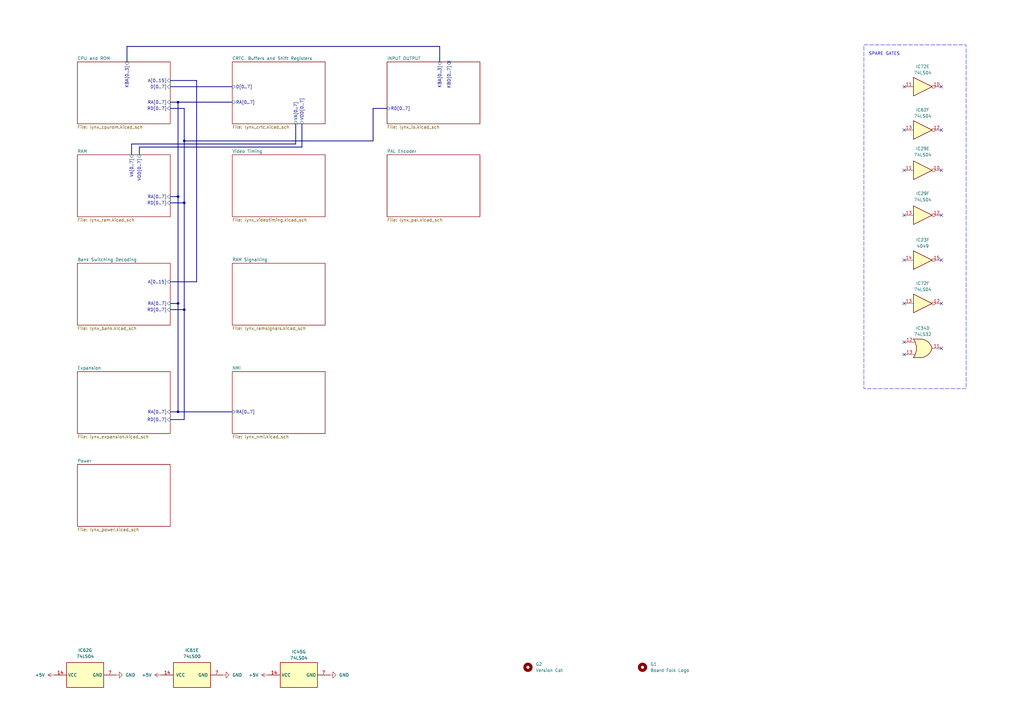
<source format=kicad_sch>
(kicad_sch (version 20230121) (generator eeschema)
  (paper "A3")
  (lib_symbols
    (symbol "4xxx:4049" (pin_names (offset 1.016))
      (property "Reference" "U" (at 0 1.27 0))
      (property "Value" "4049" (at 0 -1.27 0))
      (symbol "4049_1_0"
        (polyline (pts (xy -3.81 3.81) (xy -3.81 -3.81) (xy 3.81 0) (xy -3.81 3.81)) (stroke (width 0.254)) (fill (type background)))
        (pin output inverted (at 7.62 0 180) (length 3.81) (name "~") (number "2"))
        (pin input line (at -7.62 0 0) (length 3.81) (name "~") (number "3"))
      )
      (symbol "4049_2_0"
        (polyline (pts (xy -3.81 3.81) (xy -3.81 -3.81) (xy 3.81 0) (xy -3.81 3.81)) (stroke (width 0.254)) (fill (type background)))
        (pin output inverted (at 7.62 0 180) (length 3.81) (name "~") (number "4"))
        (pin input line (at -7.62 0 0) (length 3.81) (name "~") (number "5"))
      )
      (symbol "4049_3_0"
        (polyline (pts (xy -3.81 3.81) (xy -3.81 -3.81) (xy 3.81 0) (xy -3.81 3.81)) (stroke (width 0.254)) (fill (type background)))
        (pin output inverted (at 7.62 0 180) (length 3.81) (name "~") (number "6"))
        (pin input line (at -7.62 0 0) (length 3.81) (name "~") (number "7"))
      )
      (symbol "4049_4_0"
        (polyline (pts (xy -3.81 3.81) (xy -3.81 -3.81) (xy 3.81 0) (xy -3.81 3.81)) (stroke (width 0.254)) (fill (type background)))
        (pin output inverted (at 7.62 0 180) (length 3.81) (name "~") (number "10"))
        (pin input line (at -7.62 0 0) (length 3.81) (name "~") (number "9"))
      )
      (symbol "4049_5_0"
        (polyline (pts (xy -3.81 3.81) (xy -3.81 -3.81) (xy 3.81 0) (xy -3.81 3.81)) (stroke (width 0.254)) (fill (type background)))
        (pin input line (at -7.62 0 0) (length 3.81) (name "~") (number "11"))
        (pin output inverted (at 7.62 0 180) (length 3.81) (name "~") (number "12"))
      )
      (symbol "4049_6_0"
        (polyline (pts (xy -3.81 3.81) (xy -3.81 -3.81) (xy 3.81 0) (xy -3.81 3.81)) (stroke (width 0.254)) (fill (type background)))
        (pin input line (at -7.62 0 0) (length 3.81) (name "~") (number "14"))
        (pin output inverted (at 7.62 0 180) (length 3.81) (name "~") (number "15"))
      )
      (symbol "4049_7_0"
        (pin power_in line (at 0 12.7 270) (length 5.08) (name "VCC") (number "1"))
        (pin power_in line (at 0 -12.7 90) (length 5.08) (name "VSS") (number "8"))
      )
      (symbol "4049_7_1"
        (rectangle (start -5.08 7.62) (end 5.08 -7.62) (stroke (width 0.254)) (fill (type background)))
      )
    )
    (symbol "74xx:74LS00" (pin_names (offset 1.016))
      (property "Reference" "U" (at 0 1.27 0))
      (property "Value" "74LS00" (at 0 -1.27 0))
      (symbol "74LS00_1_1"
        (arc (start 0 -3.81) (mid 3.7934 0) (end 0 3.81) (stroke (width 0.254)) (fill (type background)))
        (polyline (pts (xy 0 3.81) (xy -3.81 3.81) (xy -3.81 -3.81) (xy 0 -3.81)) (stroke (width 0.254)) (fill (type background)))
        (pin input line (at -7.62 2.54 0) (length 3.81) (name "~") (number "1"))
        (pin input line (at -7.62 -2.54 0) (length 3.81) (name "~") (number "2"))
        (pin output inverted (at 7.62 0 180) (length 3.81) (name "~") (number "3"))
      )
      (symbol "74LS00_1_2"
        (arc (start -3.81 -3.81) (mid -2.589 0) (end -3.81 3.81) (stroke (width 0.254)))
        (arc (start -0.6096 -3.81) (mid 2.1842 -2.5851) (end 3.81 0) (stroke (width 0.254)) (fill (type background)))
        (polyline (pts (xy -3.81 -3.81) (xy -0.635 -3.81)) (stroke (width 0.254)) (fill (type background)))
        (polyline (pts (xy -3.81 3.81) (xy -0.635 3.81)) (stroke (width 0.254)) (fill (type background)))
        (polyline (pts (xy -0.635 3.81) (xy -3.81 3.81) (xy -3.81 3.81) (xy -3.556 3.4036) (xy -3.0226 2.2606) (xy -2.6924 1.0414) (xy -2.6162 -0.254) (xy -2.7686 -1.4986) (xy -3.175 -2.7178) (xy -3.81 -3.81) (xy -3.81 -3.81) (xy -0.635 -3.81)) (stroke (width -25.4)) (fill (type background)))
        (arc (start 3.81 0) (mid 2.1915 2.5936) (end -0.6096 3.81) (stroke (width 0.254)) (fill (type background)))
        (pin input inverted (at -7.62 2.54 0) (length 4.318) (name "~") (number "1"))
        (pin input inverted (at -7.62 -2.54 0) (length 4.318) (name "~") (number "2"))
        (pin output line (at 7.62 0 180) (length 3.81) (name "~") (number "3"))
      )
      (symbol "74LS00_2_1"
        (arc (start 0 -3.81) (mid 3.7934 0) (end 0 3.81) (stroke (width 0.254)) (fill (type background)))
        (polyline (pts (xy 0 3.81) (xy -3.81 3.81) (xy -3.81 -3.81) (xy 0 -3.81)) (stroke (width 0.254)) (fill (type background)))
        (pin input line (at -7.62 2.54 0) (length 3.81) (name "~") (number "4"))
        (pin input line (at -7.62 -2.54 0) (length 3.81) (name "~") (number "5"))
        (pin output inverted (at 7.62 0 180) (length 3.81) (name "~") (number "6"))
      )
      (symbol "74LS00_2_2"
        (arc (start -3.81 -3.81) (mid -2.589 0) (end -3.81 3.81) (stroke (width 0.254)))
        (arc (start -0.6096 -3.81) (mid 2.1842 -2.5851) (end 3.81 0) (stroke (width 0.254)) (fill (type background)))
        (polyline (pts (xy -3.81 -3.81) (xy -0.635 -3.81)) (stroke (width 0.254)) (fill (type background)))
        (polyline (pts (xy -3.81 3.81) (xy -0.635 3.81)) (stroke (width 0.254)) (fill (type background)))
        (polyline (pts (xy -0.635 3.81) (xy -3.81 3.81) (xy -3.81 3.81) (xy -3.556 3.4036) (xy -3.0226 2.2606) (xy -2.6924 1.0414) (xy -2.6162 -0.254) (xy -2.7686 -1.4986) (xy -3.175 -2.7178) (xy -3.81 -3.81) (xy -3.81 -3.81) (xy -0.635 -3.81)) (stroke (width -25.4)) (fill (type background)))
        (arc (start 3.81 0) (mid 2.1915 2.5936) (end -0.6096 3.81) (stroke (width 0.254)) (fill (type background)))
        (pin input inverted (at -7.62 2.54 0) (length 4.318) (name "~") (number "4"))
        (pin input inverted (at -7.62 -2.54 0) (length 4.318) (name "~") (number "5"))
        (pin output line (at 7.62 0 180) (length 3.81) (name "~") (number "6"))
      )
      (symbol "74LS00_3_1"
        (arc (start 0 -3.81) (mid 3.7934 0) (end 0 3.81) (stroke (width 0.254)) (fill (type background)))
        (polyline (pts (xy 0 3.81) (xy -3.81 3.81) (xy -3.81 -3.81) (xy 0 -3.81)) (stroke (width 0.254)) (fill (type background)))
        (pin input line (at -7.62 -2.54 0) (length 3.81) (name "~") (number "10"))
        (pin output inverted (at 7.62 0 180) (length 3.81) (name "~") (number "8"))
        (pin input line (at -7.62 2.54 0) (length 3.81) (name "~") (number "9"))
      )
      (symbol "74LS00_3_2"
        (arc (start -3.81 -3.81) (mid -2.589 0) (end -3.81 3.81) (stroke (width 0.254)))
        (arc (start -0.6096 -3.81) (mid 2.1842 -2.5851) (end 3.81 0) (stroke (width 0.254)) (fill (type background)))
        (polyline (pts (xy -3.81 -3.81) (xy -0.635 -3.81)) (stroke (width 0.254)) (fill (type background)))
        (polyline (pts (xy -3.81 3.81) (xy -0.635 3.81)) (stroke (width 0.254)) (fill (type background)))
        (polyline (pts (xy -0.635 3.81) (xy -3.81 3.81) (xy -3.81 3.81) (xy -3.556 3.4036) (xy -3.0226 2.2606) (xy -2.6924 1.0414) (xy -2.6162 -0.254) (xy -2.7686 -1.4986) (xy -3.175 -2.7178) (xy -3.81 -3.81) (xy -3.81 -3.81) (xy -0.635 -3.81)) (stroke (width -25.4)) (fill (type background)))
        (arc (start 3.81 0) (mid 2.1915 2.5936) (end -0.6096 3.81) (stroke (width 0.254)) (fill (type background)))
        (pin input inverted (at -7.62 -2.54 0) (length 4.318) (name "~") (number "10"))
        (pin output line (at 7.62 0 180) (length 3.81) (name "~") (number "8"))
        (pin input inverted (at -7.62 2.54 0) (length 4.318) (name "~") (number "9"))
      )
      (symbol "74LS00_4_1"
        (arc (start 0 -3.81) (mid 3.7934 0) (end 0 3.81) (stroke (width 0.254)) (fill (type background)))
        (polyline (pts (xy 0 3.81) (xy -3.81 3.81) (xy -3.81 -3.81) (xy 0 -3.81)) (stroke (width 0.254)) (fill (type background)))
        (pin output inverted (at 7.62 0 180) (length 3.81) (name "~") (number "11"))
        (pin input line (at -7.62 2.54 0) (length 3.81) (name "~") (number "12"))
        (pin input line (at -7.62 -2.54 0) (length 3.81) (name "~") (number "13"))
      )
      (symbol "74LS00_4_2"
        (arc (start -3.81 -3.81) (mid -2.589 0) (end -3.81 3.81) (stroke (width 0.254)))
        (arc (start -0.6096 -3.81) (mid 2.1842 -2.5851) (end 3.81 0) (stroke (width 0.254)) (fill (type background)))
        (polyline (pts (xy -3.81 -3.81) (xy -0.635 -3.81)) (stroke (width 0.254)) (fill (type background)))
        (polyline (pts (xy -3.81 3.81) (xy -0.635 3.81)) (stroke (width 0.254)) (fill (type background)))
        (polyline (pts (xy -0.635 3.81) (xy -3.81 3.81) (xy -3.81 3.81) (xy -3.556 3.4036) (xy -3.0226 2.2606) (xy -2.6924 1.0414) (xy -2.6162 -0.254) (xy -2.7686 -1.4986) (xy -3.175 -2.7178) (xy -3.81 -3.81) (xy -3.81 -3.81) (xy -0.635 -3.81)) (stroke (width -25.4)) (fill (type background)))
        (arc (start 3.81 0) (mid 2.1915 2.5936) (end -0.6096 3.81) (stroke (width 0.254)) (fill (type background)))
        (pin output line (at 7.62 0 180) (length 3.81) (name "~") (number "11"))
        (pin input inverted (at -7.62 2.54 0) (length 4.318) (name "~") (number "12"))
        (pin input inverted (at -7.62 -2.54 0) (length 4.318) (name "~") (number "13"))
      )
      (symbol "74LS00_5_0"
        (pin power_in line (at 0 12.7 270) (length 5.08) (name "VCC") (number "14"))
        (pin power_in line (at 0 -12.7 90) (length 5.08) (name "GND") (number "7"))
      )
      (symbol "74LS00_5_1"
        (rectangle (start -5.08 7.62) (end 5.08 -7.62) (stroke (width 0.254)) (fill (type background)))
      )
    )
    (symbol "74xx:74LS04"
      (property "Reference" "U" (at 0 1.27 0))
      (property "Value" "74LS04" (at 0 -1.27 0))
      (symbol "74LS04_1_0"
        (polyline (pts (xy -3.81 3.81) (xy -3.81 -3.81) (xy 3.81 0) (xy -3.81 3.81)) (stroke (width 0.254)) (fill (type background)))
        (pin input line (at -7.62 0 0) (length 3.81) (name "~") (number "1"))
        (pin output inverted (at 7.62 0 180) (length 3.81) (name "~") (number "2"))
      )
      (symbol "74LS04_2_0"
        (polyline (pts (xy -3.81 3.81) (xy -3.81 -3.81) (xy 3.81 0) (xy -3.81 3.81)) (stroke (width 0.254)) (fill (type background)))
        (pin input line (at -7.62 0 0) (length 3.81) (name "~") (number "3"))
        (pin output inverted (at 7.62 0 180) (length 3.81) (name "~") (number "4"))
      )
      (symbol "74LS04_3_0"
        (polyline (pts (xy -3.81 3.81) (xy -3.81 -3.81) (xy 3.81 0) (xy -3.81 3.81)) (stroke (width 0.254)) (fill (type background)))
        (pin input line (at -7.62 0 0) (length 3.81) (name "~") (number "5"))
        (pin output inverted (at 7.62 0 180) (length 3.81) (name "~") (number "6"))
      )
      (symbol "74LS04_4_0"
        (polyline (pts (xy -3.81 3.81) (xy -3.81 -3.81) (xy 3.81 0) (xy -3.81 3.81)) (stroke (width 0.254)) (fill (type background)))
        (pin output inverted (at 7.62 0 180) (length 3.81) (name "~") (number "8"))
        (pin input line (at -7.62 0 0) (length 3.81) (name "~") (number "9"))
      )
      (symbol "74LS04_5_0"
        (polyline (pts (xy -3.81 3.81) (xy -3.81 -3.81) (xy 3.81 0) (xy -3.81 3.81)) (stroke (width 0.254)) (fill (type background)))
        (pin output inverted (at 7.62 0 180) (length 3.81) (name "~") (number "10"))
        (pin input line (at -7.62 0 0) (length 3.81) (name "~") (number "11"))
      )
      (symbol "74LS04_6_0"
        (polyline (pts (xy -3.81 3.81) (xy -3.81 -3.81) (xy 3.81 0) (xy -3.81 3.81)) (stroke (width 0.254)) (fill (type background)))
        (pin output inverted (at 7.62 0 180) (length 3.81) (name "~") (number "12"))
        (pin input line (at -7.62 0 0) (length 3.81) (name "~") (number "13"))
      )
      (symbol "74LS04_7_0"
        (pin power_in line (at 0 12.7 270) (length 5.08) (name "VCC") (number "14"))
        (pin power_in line (at 0 -12.7 90) (length 5.08) (name "GND") (number "7"))
      )
      (symbol "74LS04_7_1"
        (rectangle (start -5.08 7.62) (end 5.08 -7.62) (stroke (width 0.254)) (fill (type background)))
      )
    )
    (symbol "74xx:74LS32" (pin_names (offset 1.016))
      (property "Reference" "U" (at 0 1.27 0))
      (property "Value" "74LS32" (at 0 -1.27 0))
      (symbol "74LS32_1_1"
        (arc (start -3.81 -3.81) (mid -2.589 0) (end -3.81 3.81) (stroke (width 0.254)))
        (arc (start -0.6096 -3.81) (mid 2.1842 -2.5851) (end 3.81 0) (stroke (width 0.254)) (fill (type background)))
        (polyline (pts (xy -3.81 -3.81) (xy -0.635 -3.81)) (stroke (width 0.254)) (fill (type background)))
        (polyline (pts (xy -3.81 3.81) (xy -0.635 3.81)) (stroke (width 0.254)) (fill (type background)))
        (polyline (pts (xy -0.635 3.81) (xy -3.81 3.81) (xy -3.81 3.81) (xy -3.556 3.4036) (xy -3.0226 2.2606) (xy -2.6924 1.0414) (xy -2.6162 -0.254) (xy -2.7686 -1.4986) (xy -3.175 -2.7178) (xy -3.81 -3.81) (xy -3.81 -3.81) (xy -0.635 -3.81)) (stroke (width -25.4)) (fill (type background)))
        (arc (start 3.81 0) (mid 2.1915 2.5936) (end -0.6096 3.81) (stroke (width 0.254)) (fill (type background)))
        (pin input line (at -7.62 2.54 0) (length 4.318) (name "~") (number "1"))
        (pin input line (at -7.62 -2.54 0) (length 4.318) (name "~") (number "2"))
        (pin output line (at 7.62 0 180) (length 3.81) (name "~") (number "3"))
      )
      (symbol "74LS32_1_2"
        (arc (start 0 -3.81) (mid 3.7934 0) (end 0 3.81) (stroke (width 0.254)) (fill (type background)))
        (polyline (pts (xy 0 3.81) (xy -3.81 3.81) (xy -3.81 -3.81) (xy 0 -3.81)) (stroke (width 0.254)) (fill (type background)))
        (pin input inverted (at -7.62 2.54 0) (length 3.81) (name "~") (number "1"))
        (pin input inverted (at -7.62 -2.54 0) (length 3.81) (name "~") (number "2"))
        (pin output inverted (at 7.62 0 180) (length 3.81) (name "~") (number "3"))
      )
      (symbol "74LS32_2_1"
        (arc (start -3.81 -3.81) (mid -2.589 0) (end -3.81 3.81) (stroke (width 0.254)))
        (arc (start -0.6096 -3.81) (mid 2.1842 -2.5851) (end 3.81 0) (stroke (width 0.254)) (fill (type background)))
        (polyline (pts (xy -3.81 -3.81) (xy -0.635 -3.81)) (stroke (width 0.254)) (fill (type background)))
        (polyline (pts (xy -3.81 3.81) (xy -0.635 3.81)) (stroke (width 0.254)) (fill (type background)))
        (polyline (pts (xy -0.635 3.81) (xy -3.81 3.81) (xy -3.81 3.81) (xy -3.556 3.4036) (xy -3.0226 2.2606) (xy -2.6924 1.0414) (xy -2.6162 -0.254) (xy -2.7686 -1.4986) (xy -3.175 -2.7178) (xy -3.81 -3.81) (xy -3.81 -3.81) (xy -0.635 -3.81)) (stroke (width -25.4)) (fill (type background)))
        (arc (start 3.81 0) (mid 2.1915 2.5936) (end -0.6096 3.81) (stroke (width 0.254)) (fill (type background)))
        (pin input line (at -7.62 2.54 0) (length 4.318) (name "~") (number "4"))
        (pin input line (at -7.62 -2.54 0) (length 4.318) (name "~") (number "5"))
        (pin output line (at 7.62 0 180) (length 3.81) (name "~") (number "6"))
      )
      (symbol "74LS32_2_2"
        (arc (start 0 -3.81) (mid 3.7934 0) (end 0 3.81) (stroke (width 0.254)) (fill (type background)))
        (polyline (pts (xy 0 3.81) (xy -3.81 3.81) (xy -3.81 -3.81) (xy 0 -3.81)) (stroke (width 0.254)) (fill (type background)))
        (pin input inverted (at -7.62 2.54 0) (length 3.81) (name "~") (number "4"))
        (pin input inverted (at -7.62 -2.54 0) (length 3.81) (name "~") (number "5"))
        (pin output inverted (at 7.62 0 180) (length 3.81) (name "~") (number "6"))
      )
      (symbol "74LS32_3_1"
        (arc (start -3.81 -3.81) (mid -2.589 0) (end -3.81 3.81) (stroke (width 0.254)))
        (arc (start -0.6096 -3.81) (mid 2.1842 -2.5851) (end 3.81 0) (stroke (width 0.254)) (fill (type background)))
        (polyline (pts (xy -3.81 -3.81) (xy -0.635 -3.81)) (stroke (width 0.254)) (fill (type background)))
        (polyline (pts (xy -3.81 3.81) (xy -0.635 3.81)) (stroke (width 0.254)) (fill (type background)))
        (polyline (pts (xy -0.635 3.81) (xy -3.81 3.81) (xy -3.81 3.81) (xy -3.556 3.4036) (xy -3.0226 2.2606) (xy -2.6924 1.0414) (xy -2.6162 -0.254) (xy -2.7686 -1.4986) (xy -3.175 -2.7178) (xy -3.81 -3.81) (xy -3.81 -3.81) (xy -0.635 -3.81)) (stroke (width -25.4)) (fill (type background)))
        (arc (start 3.81 0) (mid 2.1915 2.5936) (end -0.6096 3.81) (stroke (width 0.254)) (fill (type background)))
        (pin input line (at -7.62 -2.54 0) (length 4.318) (name "~") (number "10"))
        (pin output line (at 7.62 0 180) (length 3.81) (name "~") (number "8"))
        (pin input line (at -7.62 2.54 0) (length 4.318) (name "~") (number "9"))
      )
      (symbol "74LS32_3_2"
        (arc (start 0 -3.81) (mid 3.7934 0) (end 0 3.81) (stroke (width 0.254)) (fill (type background)))
        (polyline (pts (xy 0 3.81) (xy -3.81 3.81) (xy -3.81 -3.81) (xy 0 -3.81)) (stroke (width 0.254)) (fill (type background)))
        (pin input inverted (at -7.62 -2.54 0) (length 3.81) (name "~") (number "10"))
        (pin output inverted (at 7.62 0 180) (length 3.81) (name "~") (number "8"))
        (pin input inverted (at -7.62 2.54 0) (length 3.81) (name "~") (number "9"))
      )
      (symbol "74LS32_4_1"
        (arc (start -3.81 -3.81) (mid -2.589 0) (end -3.81 3.81) (stroke (width 0.254)))
        (arc (start -0.6096 -3.81) (mid 2.1842 -2.5851) (end 3.81 0) (stroke (width 0.254)) (fill (type background)))
        (polyline (pts (xy -3.81 -3.81) (xy -0.635 -3.81)) (stroke (width 0.254)) (fill (type background)))
        (polyline (pts (xy -3.81 3.81) (xy -0.635 3.81)) (stroke (width 0.254)) (fill (type background)))
        (polyline (pts (xy -0.635 3.81) (xy -3.81 3.81) (xy -3.81 3.81) (xy -3.556 3.4036) (xy -3.0226 2.2606) (xy -2.6924 1.0414) (xy -2.6162 -0.254) (xy -2.7686 -1.4986) (xy -3.175 -2.7178) (xy -3.81 -3.81) (xy -3.81 -3.81) (xy -0.635 -3.81)) (stroke (width -25.4)) (fill (type background)))
        (arc (start 3.81 0) (mid 2.1915 2.5936) (end -0.6096 3.81) (stroke (width 0.254)) (fill (type background)))
        (pin output line (at 7.62 0 180) (length 3.81) (name "~") (number "11"))
        (pin input line (at -7.62 2.54 0) (length 4.318) (name "~") (number "12"))
        (pin input line (at -7.62 -2.54 0) (length 4.318) (name "~") (number "13"))
      )
      (symbol "74LS32_4_2"
        (arc (start 0 -3.81) (mid 3.7934 0) (end 0 3.81) (stroke (width 0.254)) (fill (type background)))
        (polyline (pts (xy 0 3.81) (xy -3.81 3.81) (xy -3.81 -3.81) (xy 0 -3.81)) (stroke (width 0.254)) (fill (type background)))
        (pin output inverted (at 7.62 0 180) (length 3.81) (name "~") (number "11"))
        (pin input inverted (at -7.62 2.54 0) (length 3.81) (name "~") (number "12"))
        (pin input inverted (at -7.62 -2.54 0) (length 3.81) (name "~") (number "13"))
      )
      (symbol "74LS32_5_0"
        (pin power_in line (at 0 12.7 270) (length 5.08) (name "VCC") (number "14"))
        (pin power_in line (at 0 -12.7 90) (length 5.08) (name "GND") (number "7"))
      )
      (symbol "74LS32_5_1"
        (rectangle (start -5.08 7.62) (end 5.08 -7.62) (stroke (width 0.254)) (fill (type background)))
      )
    )
    (symbol "Mechanical:MountingHole" (pin_names (offset 1.016))
      (property "Reference" "H" (at 0 5.08 0))
      (property "Value" "MountingHole" (at 0 3.175 0))
      (symbol "MountingHole_0_1"
        (circle (center 0 0) (radius 1.27) (stroke (width 1.27)))
      )
    )
    (symbol "power:+5V" (power) (pin_names (offset 0))
      (property "Value" "+5V" (at 0 3.556 0))
      (symbol "+5V_0_1"
        (polyline (pts (xy -0.762 1.27) (xy 0 2.54)))
        (polyline (pts (xy 0 0) (xy 0 2.54)))
        (polyline (pts (xy 0 2.54) (xy 0.762 1.27)))
      )
      (symbol "+5V_1_1"
        (pin power_in line (at 0 0 90) (length 0) hide (name "+5V") (number "1"))
      )
    )
    (symbol "power:GND" (power) (pin_names (offset 0))
      (property "Value" "GND" (at 0 -3.81 0))
      (symbol "GND_0_1"
        (polyline (pts (xy 0 0) (xy 0 -1.27) (xy 1.27 -1.27) (xy 0 -2.54) (xy -1.27 -1.27) (xy 0 -1.27)))
      )
      (symbol "GND_1_1"
        (pin power_in line (at 0 0 270) (length 0) hide (name "GND") (number "1"))
      )
    )
  )
  (junction (at 73.025 168.91))
  (junction (at 75.565 127))
  (junction (at 75.565 57.785))
  (junction (at 75.565 83.185))
  (junction (at 73.025 124.46))
  (junction (at 73.025 80.645))
  (junction (at 73.025 41.91))
  (no_connect (at 386.08 35.56))
  (no_connect (at 370.84 140.335))
  (no_connect (at 386.08 53.34))
  (no_connect (at 370.84 35.56))
  (no_connect (at 370.84 88.265))
  (no_connect (at 370.84 106.68))
  (no_connect (at 370.84 53.34))
  (no_connect (at 386.08 142.875))
  (no_connect (at 370.84 145.415))
  (no_connect (at 386.08 88.265))
  (no_connect (at 370.84 69.85))
  (no_connect (at 370.84 124.46))
  (no_connect (at 184.15 25.4))
  (no_connect (at 386.08 69.85))
  (no_connect (at 386.08 124.46))
  (no_connect (at 386.08 106.68))
  (bus (pts (xy 52.07 19.05) (xy 52.07 25.4)))
  (bus (pts (xy 57.15 63.5) (xy 57.15 60.325)))
  (bus (pts (xy 69.85 83.185) (xy 75.565 83.185)))
  (bus (pts (xy 121.285 59.055) (xy 53.975 59.055)))
  (bus (pts (xy 75.565 127) (xy 69.85 127)))
  (bus (pts (xy 180.34 19.05) (xy 52.07 19.05)))
  (bus (pts (xy 69.85 33.02) (xy 80.645 33.02)))
  (bus (pts (xy 121.285 50.8) (xy 121.285 59.055)))
  (bus (pts (xy 69.85 172.085) (xy 75.565 172.085)))
  (bus (pts (xy 75.565 57.785) (xy 75.565 44.45)))
  (bus (pts (xy 69.85 35.56) (xy 95.25 35.56)))
  (bus (pts (xy 123.825 60.325) (xy 123.825 50.8)))
  (bus (pts (xy 69.85 80.645) (xy 73.025 80.645)))
  (bus (pts (xy 75.565 44.45) (xy 69.85 44.45)))
  (bus (pts (xy 80.645 115.57) (xy 69.85 115.57)))
  (bus (pts (xy 75.565 172.085) (xy 75.565 127)))
  (bus (pts (xy 180.34 19.05) (xy 180.34 25.4)))
  (bus (pts (xy 153.035 57.785) (xy 75.565 57.785)))
  (bus (pts (xy 69.85 41.91) (xy 73.025 41.91)))
  (bus (pts (xy 158.75 44.45) (xy 153.035 44.45)))
  (bus (pts (xy 73.025 80.645) (xy 73.025 124.46)))
  (bus (pts (xy 80.645 33.02) (xy 80.645 115.57)))
  (bus (pts (xy 73.025 168.91) (xy 95.25 168.91)))
  (bus (pts (xy 57.15 60.325) (xy 123.825 60.325)))
  (bus (pts (xy 75.565 83.185) (xy 75.565 127)))
  (bus (pts (xy 69.85 168.91) (xy 73.025 168.91)))
  (bus (pts (xy 73.025 41.91) (xy 95.25 41.91)))
  (bus (pts (xy 73.025 168.91) (xy 73.025 124.46)))
  (bus (pts (xy 53.975 59.055) (xy 53.975 63.5)))
  (bus (pts (xy 75.565 83.185) (xy 75.565 57.785)))
  (bus (pts (xy 73.025 124.46) (xy 69.85 124.46)))
  (bus (pts (xy 73.025 80.645) (xy 73.025 41.91)))
  (bus (pts (xy 153.035 44.45) (xy 153.035 57.785)))
  (rectangle (start 354.33 18.415) (end 396.24 159.385) (stroke (width 0) (type dash)))
  (text "SPARE GATES" (at 356.235 22.86 0) (effects (font (size 1.27 1.27)) (justify left bottom)))
  (symbol (lib_id "power:+5V") (at 22.225 276.86 90) (unit 1)
    (property "Reference" "#PWR065" (effects hide))
    (property "Value" "+5V" (at 18.415 276.86 90) (effects (justify left)))
  )
  (symbol (lib_id "Mechanical:MountingHole") (at 216.535 273.685 0) (unit 1)
    (property "Reference" "G2" (at 219.71 272.415 0) (effects (justify left)))
    (property "Value" "Version Cat" (at 219.71 274.955 0) (effects (justify left)))
    (property "Footprint" "LYNX:v1ncat" (effects hide))
  )
  (symbol (lib_id "74xx:74LS04") (at 378.46 53.34 0) (unit 6)
    (property "Reference" "IC62" (at 378.46 45.085 0))
    (property "Value" "74LS04" (at 378.46 47.625 0))
    (property "Footprint" "LYNX:DIP-14_W7.62mm" (effects hide))
    (property "Datasheet" "http://www.ti.com/lit/gpn/sn74LS04" (effects hide))
  )
  (symbol (lib_id "74xx:74LS00") (at 78.74 276.86 90) (unit 5)
    (property "Reference" "IC61" (at 78.74 266.7 90))
    (property "Value" "74LS00" (at 78.74 269.24 90))
    (property "Footprint" "LYNX:DIP-14_W7.62mm" (effects hide))
    (property "Datasheet" "http://www.ti.com/lit/gpn/sn74ls00" (effects hide))
  )
  (symbol (lib_id "power:GND") (at 135.255 276.86 90) (unit 1)
    (property "Reference" "#PWR09" (effects hide))
    (property "Value" "GND" (at 139.065 276.86 90) (effects (justify right)))
  )
  (symbol (lib_id "74xx:74LS04") (at 378.46 88.265 0) (unit 6)
    (property "Reference" "IC29" (at 378.46 79.375 0))
    (property "Value" "74LS04" (at 378.46 81.915 0))
    (property "Footprint" "LYNX:DIP-14_W7.62mm" (effects hide))
    (property "Datasheet" "http://www.ti.com/lit/gpn/sn74LS04" (effects hide))
  )
  (symbol (lib_id "74xx:74LS32") (at 378.46 142.875 0) (unit 4)
    (property "Reference" "IC34" (at 378.46 134.62 0))
    (property "Value" "74LS32" (at 378.46 137.16 0))
    (property "Footprint" "LYNX:DIP-14_W7.62mm" (effects hide))
    (property "Datasheet" "http://www.ti.com/lit/gpn/sn74LS32" (effects hide))
  )
  (symbol (lib_id "74xx:74LS04") (at 378.46 35.56 0) (unit 5)
    (property "Reference" "IC72" (at 378.46 27.305 0))
    (property "Value" "74LS04" (at 378.46 29.845 0))
    (property "Footprint" "LYNX:DIP-14_W7.62mm" (effects hide))
    (property "Datasheet" "http://www.ti.com/lit/gpn/sn74LS04" (effects hide))
  )
  (symbol (lib_id "74xx:74LS04") (at 34.925 276.86 90) (unit 7)
    (property "Reference" "IC62" (at 34.925 266.7 90))
    (property "Value" "74LS04" (at 34.925 269.24 90))
    (property "Footprint" "LYNX:DIP-14_W7.62mm" (effects hide))
    (property "Datasheet" "http://www.ti.com/lit/gpn/sn74LS04" (effects hide))
  )
  (symbol (lib_id "power:GND") (at 91.44 276.86 90) (unit 1)
    (property "Reference" "#PWR079" (effects hide))
    (property "Value" "GND" (at 95.25 276.86 90) (effects (justify right)))
  )
  (symbol (lib_id "4xxx:4049") (at 378.46 106.68 0) (unit 6)
    (property "Reference" "IC23" (at 378.46 98.425 0))
    (property "Value" "4049" (at 378.46 100.965 0))
    (property "Footprint" "LYNX:DIP-16_W7.62mm" (effects hide))
    (property "Datasheet" "http://www.intersil.com/content/dam/intersil/documents/cd40/cd4049ubms.pdf" (effects hide))
  )
  (symbol (lib_id "74xx:74LS04") (at 122.555 276.86 90) (unit 7)
    (property "Reference" "IC45" (at 122.555 267.335 90))
    (property "Value" "74LS04" (at 122.555 269.875 90))
    (property "Footprint" "LYNX:DIP-14_W7.62mm" (effects hide))
    (property "Datasheet" "http://www.ti.com/lit/gpn/sn74LS04" (effects hide))
  )
  (symbol (lib_id "74xx:74LS04") (at 378.46 69.85 0) (unit 5)
    (property "Reference" "IC29" (at 378.46 60.96 0))
    (property "Value" "74LS04" (at 378.46 63.5 0))
    (property "Footprint" "LYNX:DIP-14_W7.62mm" (effects hide))
    (property "Datasheet" "http://www.ti.com/lit/gpn/sn74LS04" (effects hide))
  )
  (symbol (lib_id "power:+5V") (at 109.855 276.86 90) (unit 1)
    (property "Reference" "#PWR010" (effects hide))
    (property "Value" "+5V" (at 106.045 276.86 90) (effects (justify left)))
  )
  (symbol (lib_id "power:+5V") (at 66.04 276.86 90) (unit 1)
    (property "Reference" "#PWR080" (effects hide))
    (property "Value" "+5V" (at 62.23 276.86 90) (effects (justify left)))
  )
  (symbol (lib_id "74xx:74LS04") (at 378.46 124.46 0) (unit 6)
    (property "Reference" "IC72" (at 378.46 116.205 0))
    (property "Value" "74LS04" (at 378.46 118.745 0))
    (property "Footprint" "LYNX:DIP-14_W7.62mm" (effects hide))
    (property "Datasheet" "http://www.ti.com/lit/gpn/sn74LS04" (effects hide))
  )
  (symbol (lib_id "Mechanical:MountingHole") (at 263.525 273.685 0) (unit 1)
    (property "Reference" "G1" (at 266.7 272.415 0) (effects (justify left)))
    (property "Value" "Board Folk Logo" (at 266.7 274.955 0) (effects (justify left)))
    (property "Footprint" "LYNX:BF8" (effects hide))
  )
  (symbol (lib_id "power:GND") (at 47.625 276.86 90) (unit 1)
    (property "Reference" "#PWR066" (effects hide))
    (property "Value" "GND" (at 51.435 276.86 90) (effects (justify right)))
  )
  (sheet (at 31.75 152.4) (size 38.1 25.4) (stroke (width 0.1524))
    (property "Sheetname" "Expansion" (at 31.75 151.6884 0) (effects (justify left bottom)))
    (property "Sheetfile" "lynx_expansion.kicad_sch" (at 31.75 178.3846 0) (effects (justify left top)))
    (pin "RD[0..7]" input (at 69.85 172.085 0))
    (pin "RA[0..7]" input (at 69.85 168.91 0))
  )
  (sheet (at 95.25 107.95) (size 38.1 25.4) (stroke (width 0.1524))
    (property "Sheetname" "RAM Signalling" (at 95.25 107.2384 0) (effects (justify left bottom)))
    (property "Sheetfile" "lynx_ramsignals.kicad_sch" (at 95.25 133.9346 0) (effects (justify left top)))
  )
  (sheet (at 95.25 25.4) (size 38.1 25.4) (stroke (width 0.1524))
    (property "Sheetname" "CRTC, Buffers and Shift Registers" (at 95.25 24.6884 0) (effects (justify left bottom)))
    (property "Sheetfile" "lynx_crtc.kicad_sch" (at 95.25 51.3846 0) (effects (justify left top)))
    (pin "D[0..7]" input (at 95.25 35.56 180))
    (pin "RA[0..7]" input (at 95.25 41.91 180))
    (pin "VOD[0..7]" input (at 123.825 50.8 270))
    (pin "VA[0..7]" input (at 121.285 50.8 270))
  )
  (sheet (at 31.75 63.5) (size 38.1 25.4) (stroke (width 0.1524))
    (property "Sheetname" "RAM" (at 31.75 62.7884 0) (effects (justify left bottom)))
    (property "Sheetfile" "lynx_ram.kicad_sch" (at 31.75 89.4846 0) (effects (justify left top)))
    (pin "RA[0..7]" input (at 69.85 80.645 0))
    (pin "VA[0..7]" input (at 53.975 63.5 90))
    (pin "VOD[0..7]" input (at 57.15 63.5 90))
    (pin "RD[0..7]" input (at 69.85 83.185 0))
  )
  (sheet (at 95.25 63.5) (size 38.1 25.4) (stroke (width 0.1524))
    (property "Sheetname" "Video Timing" (at 95.25 62.7884 0) (effects (justify left bottom)))
    (property "Sheetfile" "lynx_videotiming.kicad_sch" (at 95.25 89.4846 0) (effects (justify left top)))
  )
  (sheet (at 95.25 152.4) (size 38.1 25.4) (stroke (width 0.1524))
    (property "Sheetname" "NMI" (at 95.25 151.6884 0) (effects (justify left bottom)))
    (property "Sheetfile" "lynx_nmi.kicad_sch" (at 95.25 178.3846 0) (effects (justify left top)))
    (pin "RA[0..7]" input (at 95.25 168.91 180))
  )
  (sheet (at 31.75 107.95) (size 38.1 25.4) (stroke (width 0.1524))
    (property "Sheetname" "Bank Switching Decoding" (at 31.75 107.2384 0) (effects (justify left bottom)))
    (property "Sheetfile" "lynx_bank.kicad_sch" (at 31.75 133.9346 0) (effects (justify left top)))
    (pin "RD[0..7]" input (at 69.85 127 0))
    (pin "RA[0..7]" input (at 69.85 124.46 0))
    (pin "A[0..15]" input (at 69.85 115.57 0))
  )
  (sheet (at 31.75 190.5) (size 38.1 25.4) (stroke (width 0.1524))
    (property "Sheetname" "Power" (at 31.75 189.7884 0) (effects (justify left bottom)))
    (property "Sheetfile" "lynx_power.kicad_sch" (at 31.75 216.4846 0) (effects (justify left top)))
  )
  (sheet (at 158.75 25.4) (size 38.1 25.4) (stroke (width 0.1524))
    (property "Sheetname" "INPUT OUTPUT" (at 158.75 24.6884 0) (effects (justify left bottom)))
    (property "Sheetfile" "lynx_io.kicad_sch" (at 158.75 51.3846 0) (effects (justify left top)))
    (pin "KBD[0..7]" input (at 184.15 25.4 90))
    (pin "KBA[0..3]" input (at 180.34 25.4 90))
    (pin "RD[0..7]" input (at 158.75 44.45 180))
  )
  (sheet (at 158.75 63.5) (size 38.1 25.4) (stroke (width 0.1524))
    (property "Sheetname" "PAL Encoder" (at 158.75 62.7884 0) (effects (justify left bottom)))
    (property "Sheetfile" "lynx_pal.kicad_sch" (at 158.75 89.4846 0) (effects (justify left top)))
  )
  (sheet (at 31.75 25.4) (size 38.1 25.4) (stroke (width 0.1524))
    (property "Sheetname" "CPU and ROM" (at 31.75 24.6884 0) (effects (justify left bottom)))
    (property "Sheetfile" "lynx_cpurom.kicad_sch" (at 31.75 51.3846 0) (effects (justify left top)))
    (pin "A[0..15]" input (at 69.85 33.02 0))
    (pin "D[0..7]" input (at 69.85 35.56 0))
    (pin "RA[0..7]" input (at 69.85 41.91 0))
    (pin "KBA[0..3]" input (at 52.07 25.4 90))
    (pin "RD[0..7]" input (at 69.85 44.45 0))
  )
)
</source>
